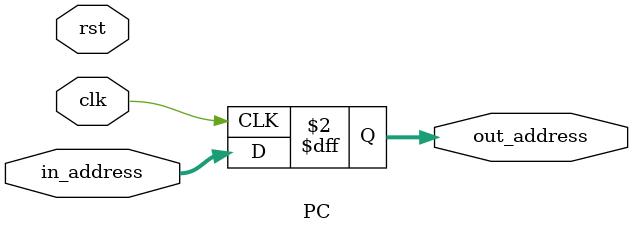
<source format=sv>
module PC (
    output var logic unsigned [31:0] out_address,
	input  var logic unsigned [31:0] in_address,
 	input  var logic unsigned 		 clk,
	input  var logic unsigned 		 rst
);

	always_ff @(posedge clk) begin
		out_address <= in_address;
	end

endmodule
</source>
